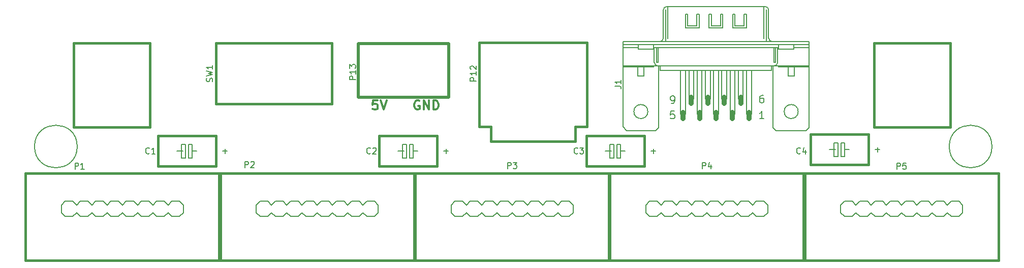
<source format=gto>
G04 #@! TF.FileFunction,Legend,Top*
%FSLAX46Y46*%
G04 Gerber Fmt 4.6, Leading zero omitted, Abs format (unit mm)*
G04 Created by KiCad (PCBNEW 4.0.7-e2-6376~58~ubuntu16.04.1) date Fri Mar  9 14:48:57 2018*
%MOMM*%
%LPD*%
G01*
G04 APERTURE LIST*
%ADD10C,0.150000*%
%ADD11C,0.304800*%
%ADD12C,0.381000*%
%ADD13C,0.203200*%
%ADD14C,0.152400*%
%ADD15C,0.812800*%
%ADD16C,0.508000*%
%ADD17C,0.127000*%
G04 APERTURE END LIST*
D10*
D11*
X109437714Y-60379429D02*
X108712000Y-60379429D01*
X108639429Y-61105143D01*
X108712000Y-61032571D01*
X108857143Y-60960000D01*
X109220000Y-60960000D01*
X109365143Y-61032571D01*
X109437714Y-61105143D01*
X109510286Y-61250286D01*
X109510286Y-61613143D01*
X109437714Y-61758286D01*
X109365143Y-61830857D01*
X109220000Y-61903429D01*
X108857143Y-61903429D01*
X108712000Y-61830857D01*
X108639429Y-61758286D01*
X109945715Y-60379429D02*
X110453715Y-61903429D01*
X110961715Y-60379429D01*
X116440858Y-60452000D02*
X116295715Y-60379429D01*
X116078001Y-60379429D01*
X115860286Y-60452000D01*
X115715144Y-60597143D01*
X115642572Y-60742286D01*
X115570001Y-61032571D01*
X115570001Y-61250286D01*
X115642572Y-61540571D01*
X115715144Y-61685714D01*
X115860286Y-61830857D01*
X116078001Y-61903429D01*
X116223144Y-61903429D01*
X116440858Y-61830857D01*
X116513429Y-61758286D01*
X116513429Y-61250286D01*
X116223144Y-61250286D01*
X117166572Y-61903429D02*
X117166572Y-60379429D01*
X118037429Y-61903429D01*
X118037429Y-60379429D01*
X118763143Y-61903429D02*
X118763143Y-60379429D01*
X119126000Y-60379429D01*
X119343715Y-60452000D01*
X119488857Y-60597143D01*
X119561429Y-60742286D01*
X119634000Y-61032571D01*
X119634000Y-61250286D01*
X119561429Y-61540571D01*
X119488857Y-61685714D01*
X119343715Y-61830857D01*
X119126000Y-61903429D01*
X118763143Y-61903429D01*
D12*
X50825400Y-87122000D02*
X83083400Y-87122000D01*
X83083400Y-87122000D02*
X83083400Y-72517000D01*
X83083400Y-72517000D02*
X50825400Y-72517000D01*
X50825400Y-72517000D02*
X50825400Y-87122000D01*
D13*
X72669400Y-77216000D02*
X73939400Y-77216000D01*
X73939400Y-77216000D02*
X74574400Y-77851000D01*
X74574400Y-79121000D02*
X73939400Y-79756000D01*
X69494400Y-77851000D02*
X70129400Y-77216000D01*
X70129400Y-77216000D02*
X71399400Y-77216000D01*
X71399400Y-77216000D02*
X72034400Y-77851000D01*
X72034400Y-79121000D02*
X71399400Y-79756000D01*
X71399400Y-79756000D02*
X70129400Y-79756000D01*
X70129400Y-79756000D02*
X69494400Y-79121000D01*
X72669400Y-77216000D02*
X72034400Y-77851000D01*
X72034400Y-79121000D02*
X72669400Y-79756000D01*
X73939400Y-79756000D02*
X72669400Y-79756000D01*
X65049400Y-77216000D02*
X66319400Y-77216000D01*
X66319400Y-77216000D02*
X66954400Y-77851000D01*
X66954400Y-79121000D02*
X66319400Y-79756000D01*
X66954400Y-77851000D02*
X67589400Y-77216000D01*
X67589400Y-77216000D02*
X68859400Y-77216000D01*
X68859400Y-77216000D02*
X69494400Y-77851000D01*
X69494400Y-79121000D02*
X68859400Y-79756000D01*
X68859400Y-79756000D02*
X67589400Y-79756000D01*
X67589400Y-79756000D02*
X66954400Y-79121000D01*
X61874400Y-77851000D02*
X62509400Y-77216000D01*
X62509400Y-77216000D02*
X63779400Y-77216000D01*
X63779400Y-77216000D02*
X64414400Y-77851000D01*
X64414400Y-79121000D02*
X63779400Y-79756000D01*
X63779400Y-79756000D02*
X62509400Y-79756000D01*
X62509400Y-79756000D02*
X61874400Y-79121000D01*
X65049400Y-77216000D02*
X64414400Y-77851000D01*
X64414400Y-79121000D02*
X65049400Y-79756000D01*
X66319400Y-79756000D02*
X65049400Y-79756000D01*
X57429400Y-77216000D02*
X58699400Y-77216000D01*
X58699400Y-77216000D02*
X59334400Y-77851000D01*
X59334400Y-79121000D02*
X58699400Y-79756000D01*
X59334400Y-77851000D02*
X59969400Y-77216000D01*
X59969400Y-77216000D02*
X61239400Y-77216000D01*
X61239400Y-77216000D02*
X61874400Y-77851000D01*
X61874400Y-79121000D02*
X61239400Y-79756000D01*
X61239400Y-79756000D02*
X59969400Y-79756000D01*
X59969400Y-79756000D02*
X59334400Y-79121000D01*
X56794400Y-77851000D02*
X56794400Y-79121000D01*
X57429400Y-77216000D02*
X56794400Y-77851000D01*
X56794400Y-79121000D02*
X57429400Y-79756000D01*
X58699400Y-79756000D02*
X57429400Y-79756000D01*
X75209400Y-77216000D02*
X76479400Y-77216000D01*
X76479400Y-77216000D02*
X77114400Y-77851000D01*
X77114400Y-77851000D02*
X77114400Y-79121000D01*
X77114400Y-79121000D02*
X76479400Y-79756000D01*
X75209400Y-77216000D02*
X74574400Y-77851000D01*
X74574400Y-79121000D02*
X75209400Y-79756000D01*
X76479400Y-79756000D02*
X75209400Y-79756000D01*
D12*
X115748000Y-87122000D02*
X148006000Y-87122000D01*
X148006000Y-87122000D02*
X148006000Y-72517000D01*
X148006000Y-72517000D02*
X115748000Y-72517000D01*
X115748000Y-72517000D02*
X115748000Y-87122000D01*
D13*
X137592000Y-77216000D02*
X138862000Y-77216000D01*
X138862000Y-77216000D02*
X139497000Y-77851000D01*
X139497000Y-79121000D02*
X138862000Y-79756000D01*
X134417000Y-77851000D02*
X135052000Y-77216000D01*
X135052000Y-77216000D02*
X136322000Y-77216000D01*
X136322000Y-77216000D02*
X136957000Y-77851000D01*
X136957000Y-79121000D02*
X136322000Y-79756000D01*
X136322000Y-79756000D02*
X135052000Y-79756000D01*
X135052000Y-79756000D02*
X134417000Y-79121000D01*
X137592000Y-77216000D02*
X136957000Y-77851000D01*
X136957000Y-79121000D02*
X137592000Y-79756000D01*
X138862000Y-79756000D02*
X137592000Y-79756000D01*
X129972000Y-77216000D02*
X131242000Y-77216000D01*
X131242000Y-77216000D02*
X131877000Y-77851000D01*
X131877000Y-79121000D02*
X131242000Y-79756000D01*
X131877000Y-77851000D02*
X132512000Y-77216000D01*
X132512000Y-77216000D02*
X133782000Y-77216000D01*
X133782000Y-77216000D02*
X134417000Y-77851000D01*
X134417000Y-79121000D02*
X133782000Y-79756000D01*
X133782000Y-79756000D02*
X132512000Y-79756000D01*
X132512000Y-79756000D02*
X131877000Y-79121000D01*
X126797000Y-77851000D02*
X127432000Y-77216000D01*
X127432000Y-77216000D02*
X128702000Y-77216000D01*
X128702000Y-77216000D02*
X129337000Y-77851000D01*
X129337000Y-79121000D02*
X128702000Y-79756000D01*
X128702000Y-79756000D02*
X127432000Y-79756000D01*
X127432000Y-79756000D02*
X126797000Y-79121000D01*
X129972000Y-77216000D02*
X129337000Y-77851000D01*
X129337000Y-79121000D02*
X129972000Y-79756000D01*
X131242000Y-79756000D02*
X129972000Y-79756000D01*
X122352000Y-77216000D02*
X123622000Y-77216000D01*
X123622000Y-77216000D02*
X124257000Y-77851000D01*
X124257000Y-79121000D02*
X123622000Y-79756000D01*
X124257000Y-77851000D02*
X124892000Y-77216000D01*
X124892000Y-77216000D02*
X126162000Y-77216000D01*
X126162000Y-77216000D02*
X126797000Y-77851000D01*
X126797000Y-79121000D02*
X126162000Y-79756000D01*
X126162000Y-79756000D02*
X124892000Y-79756000D01*
X124892000Y-79756000D02*
X124257000Y-79121000D01*
X121717000Y-77851000D02*
X121717000Y-79121000D01*
X122352000Y-77216000D02*
X121717000Y-77851000D01*
X121717000Y-79121000D02*
X122352000Y-79756000D01*
X123622000Y-79756000D02*
X122352000Y-79756000D01*
X140132000Y-77216000D02*
X141402000Y-77216000D01*
X141402000Y-77216000D02*
X142037000Y-77851000D01*
X142037000Y-77851000D02*
X142037000Y-79121000D01*
X142037000Y-79121000D02*
X141402000Y-79756000D01*
X140132000Y-77216000D02*
X139497000Y-77851000D01*
X139497000Y-79121000D02*
X140132000Y-79756000D01*
X141402000Y-79756000D02*
X140132000Y-79756000D01*
D12*
X180670000Y-87122000D02*
X212928000Y-87122000D01*
X212928000Y-87122000D02*
X212928000Y-72517000D01*
X212928000Y-72517000D02*
X180670000Y-72517000D01*
X180670000Y-72517000D02*
X180670000Y-87122000D01*
D13*
X202514000Y-77216000D02*
X203784000Y-77216000D01*
X203784000Y-77216000D02*
X204419000Y-77851000D01*
X204419000Y-79121000D02*
X203784000Y-79756000D01*
X199339000Y-77851000D02*
X199974000Y-77216000D01*
X199974000Y-77216000D02*
X201244000Y-77216000D01*
X201244000Y-77216000D02*
X201879000Y-77851000D01*
X201879000Y-79121000D02*
X201244000Y-79756000D01*
X201244000Y-79756000D02*
X199974000Y-79756000D01*
X199974000Y-79756000D02*
X199339000Y-79121000D01*
X202514000Y-77216000D02*
X201879000Y-77851000D01*
X201879000Y-79121000D02*
X202514000Y-79756000D01*
X203784000Y-79756000D02*
X202514000Y-79756000D01*
X194894000Y-77216000D02*
X196164000Y-77216000D01*
X196164000Y-77216000D02*
X196799000Y-77851000D01*
X196799000Y-79121000D02*
X196164000Y-79756000D01*
X196799000Y-77851000D02*
X197434000Y-77216000D01*
X197434000Y-77216000D02*
X198704000Y-77216000D01*
X198704000Y-77216000D02*
X199339000Y-77851000D01*
X199339000Y-79121000D02*
X198704000Y-79756000D01*
X198704000Y-79756000D02*
X197434000Y-79756000D01*
X197434000Y-79756000D02*
X196799000Y-79121000D01*
X191719000Y-77851000D02*
X192354000Y-77216000D01*
X192354000Y-77216000D02*
X193624000Y-77216000D01*
X193624000Y-77216000D02*
X194259000Y-77851000D01*
X194259000Y-79121000D02*
X193624000Y-79756000D01*
X193624000Y-79756000D02*
X192354000Y-79756000D01*
X192354000Y-79756000D02*
X191719000Y-79121000D01*
X194894000Y-77216000D02*
X194259000Y-77851000D01*
X194259000Y-79121000D02*
X194894000Y-79756000D01*
X196164000Y-79756000D02*
X194894000Y-79756000D01*
X187274000Y-77216000D02*
X188544000Y-77216000D01*
X188544000Y-77216000D02*
X189179000Y-77851000D01*
X189179000Y-79121000D02*
X188544000Y-79756000D01*
X189179000Y-77851000D02*
X189814000Y-77216000D01*
X189814000Y-77216000D02*
X191084000Y-77216000D01*
X191084000Y-77216000D02*
X191719000Y-77851000D01*
X191719000Y-79121000D02*
X191084000Y-79756000D01*
X191084000Y-79756000D02*
X189814000Y-79756000D01*
X189814000Y-79756000D02*
X189179000Y-79121000D01*
X186639000Y-77851000D02*
X186639000Y-79121000D01*
X187274000Y-77216000D02*
X186639000Y-77851000D01*
X186639000Y-79121000D02*
X187274000Y-79756000D01*
X188544000Y-79756000D02*
X187274000Y-79756000D01*
X205054000Y-77216000D02*
X206324000Y-77216000D01*
X206324000Y-77216000D02*
X206959000Y-77851000D01*
X206959000Y-77851000D02*
X206959000Y-79121000D01*
X206959000Y-79121000D02*
X206324000Y-79756000D01*
X205054000Y-77216000D02*
X204419000Y-77851000D01*
X204419000Y-79121000D02*
X205054000Y-79756000D01*
X206324000Y-79756000D02*
X205054000Y-79756000D01*
D12*
X148209000Y-87122000D02*
X180467000Y-87122000D01*
X180467000Y-87122000D02*
X180467000Y-72517000D01*
X180467000Y-72517000D02*
X148209000Y-72517000D01*
X148209000Y-72517000D02*
X148209000Y-87122000D01*
D13*
X170053000Y-77216000D02*
X171323000Y-77216000D01*
X171323000Y-77216000D02*
X171958000Y-77851000D01*
X171958000Y-79121000D02*
X171323000Y-79756000D01*
X166878000Y-77851000D02*
X167513000Y-77216000D01*
X167513000Y-77216000D02*
X168783000Y-77216000D01*
X168783000Y-77216000D02*
X169418000Y-77851000D01*
X169418000Y-79121000D02*
X168783000Y-79756000D01*
X168783000Y-79756000D02*
X167513000Y-79756000D01*
X167513000Y-79756000D02*
X166878000Y-79121000D01*
X170053000Y-77216000D02*
X169418000Y-77851000D01*
X169418000Y-79121000D02*
X170053000Y-79756000D01*
X171323000Y-79756000D02*
X170053000Y-79756000D01*
X162433000Y-77216000D02*
X163703000Y-77216000D01*
X163703000Y-77216000D02*
X164338000Y-77851000D01*
X164338000Y-79121000D02*
X163703000Y-79756000D01*
X164338000Y-77851000D02*
X164973000Y-77216000D01*
X164973000Y-77216000D02*
X166243000Y-77216000D01*
X166243000Y-77216000D02*
X166878000Y-77851000D01*
X166878000Y-79121000D02*
X166243000Y-79756000D01*
X166243000Y-79756000D02*
X164973000Y-79756000D01*
X164973000Y-79756000D02*
X164338000Y-79121000D01*
X159258000Y-77851000D02*
X159893000Y-77216000D01*
X159893000Y-77216000D02*
X161163000Y-77216000D01*
X161163000Y-77216000D02*
X161798000Y-77851000D01*
X161798000Y-79121000D02*
X161163000Y-79756000D01*
X161163000Y-79756000D02*
X159893000Y-79756000D01*
X159893000Y-79756000D02*
X159258000Y-79121000D01*
X162433000Y-77216000D02*
X161798000Y-77851000D01*
X161798000Y-79121000D02*
X162433000Y-79756000D01*
X163703000Y-79756000D02*
X162433000Y-79756000D01*
X154813000Y-77216000D02*
X156083000Y-77216000D01*
X156083000Y-77216000D02*
X156718000Y-77851000D01*
X156718000Y-79121000D02*
X156083000Y-79756000D01*
X156718000Y-77851000D02*
X157353000Y-77216000D01*
X157353000Y-77216000D02*
X158623000Y-77216000D01*
X158623000Y-77216000D02*
X159258000Y-77851000D01*
X159258000Y-79121000D02*
X158623000Y-79756000D01*
X158623000Y-79756000D02*
X157353000Y-79756000D01*
X157353000Y-79756000D02*
X156718000Y-79121000D01*
X154178000Y-77851000D02*
X154178000Y-79121000D01*
X154813000Y-77216000D02*
X154178000Y-77851000D01*
X154178000Y-79121000D02*
X154813000Y-79756000D01*
X156083000Y-79756000D02*
X154813000Y-79756000D01*
X172593000Y-77216000D02*
X173863000Y-77216000D01*
X173863000Y-77216000D02*
X174498000Y-77851000D01*
X174498000Y-77851000D02*
X174498000Y-79121000D01*
X174498000Y-79121000D02*
X173863000Y-79756000D01*
X172593000Y-77216000D02*
X171958000Y-77851000D01*
X171958000Y-79121000D02*
X172593000Y-79756000D01*
X173863000Y-79756000D02*
X172593000Y-79756000D01*
D12*
X83286600Y-87122000D02*
X115544600Y-87122000D01*
X115544600Y-87122000D02*
X115544600Y-72517000D01*
X115544600Y-72517000D02*
X83286600Y-72517000D01*
X83286600Y-72517000D02*
X83286600Y-87122000D01*
D13*
X105130600Y-77216000D02*
X106400600Y-77216000D01*
X106400600Y-77216000D02*
X107035600Y-77851000D01*
X107035600Y-79121000D02*
X106400600Y-79756000D01*
X101955600Y-77851000D02*
X102590600Y-77216000D01*
X102590600Y-77216000D02*
X103860600Y-77216000D01*
X103860600Y-77216000D02*
X104495600Y-77851000D01*
X104495600Y-79121000D02*
X103860600Y-79756000D01*
X103860600Y-79756000D02*
X102590600Y-79756000D01*
X102590600Y-79756000D02*
X101955600Y-79121000D01*
X105130600Y-77216000D02*
X104495600Y-77851000D01*
X104495600Y-79121000D02*
X105130600Y-79756000D01*
X106400600Y-79756000D02*
X105130600Y-79756000D01*
X97510600Y-77216000D02*
X98780600Y-77216000D01*
X98780600Y-77216000D02*
X99415600Y-77851000D01*
X99415600Y-79121000D02*
X98780600Y-79756000D01*
X99415600Y-77851000D02*
X100050600Y-77216000D01*
X100050600Y-77216000D02*
X101320600Y-77216000D01*
X101320600Y-77216000D02*
X101955600Y-77851000D01*
X101955600Y-79121000D02*
X101320600Y-79756000D01*
X101320600Y-79756000D02*
X100050600Y-79756000D01*
X100050600Y-79756000D02*
X99415600Y-79121000D01*
X94335600Y-77851000D02*
X94970600Y-77216000D01*
X94970600Y-77216000D02*
X96240600Y-77216000D01*
X96240600Y-77216000D02*
X96875600Y-77851000D01*
X96875600Y-79121000D02*
X96240600Y-79756000D01*
X96240600Y-79756000D02*
X94970600Y-79756000D01*
X94970600Y-79756000D02*
X94335600Y-79121000D01*
X97510600Y-77216000D02*
X96875600Y-77851000D01*
X96875600Y-79121000D02*
X97510600Y-79756000D01*
X98780600Y-79756000D02*
X97510600Y-79756000D01*
X89890600Y-77216000D02*
X91160600Y-77216000D01*
X91160600Y-77216000D02*
X91795600Y-77851000D01*
X91795600Y-79121000D02*
X91160600Y-79756000D01*
X91795600Y-77851000D02*
X92430600Y-77216000D01*
X92430600Y-77216000D02*
X93700600Y-77216000D01*
X93700600Y-77216000D02*
X94335600Y-77851000D01*
X94335600Y-79121000D02*
X93700600Y-79756000D01*
X93700600Y-79756000D02*
X92430600Y-79756000D01*
X92430600Y-79756000D02*
X91795600Y-79121000D01*
X89255600Y-77851000D02*
X89255600Y-79121000D01*
X89890600Y-77216000D02*
X89255600Y-77851000D01*
X89255600Y-79121000D02*
X89890600Y-79756000D01*
X91160600Y-79756000D02*
X89890600Y-79756000D01*
X107670600Y-77216000D02*
X108940600Y-77216000D01*
X108940600Y-77216000D02*
X109575600Y-77851000D01*
X109575600Y-77851000D02*
X109575600Y-79121000D01*
X109575600Y-79121000D02*
X108940600Y-79756000D01*
X107670600Y-77216000D02*
X107035600Y-77851000D01*
X107035600Y-79121000D02*
X107670600Y-79756000D01*
X108940600Y-79756000D02*
X107670600Y-79756000D01*
X156210000Y-51562000D02*
X155956000Y-51562000D01*
X155956000Y-51562000D02*
X155956000Y-53975000D01*
X156210000Y-53975000D02*
X155956000Y-53975000D01*
X156210000Y-51562000D02*
X156210000Y-53975000D01*
X175768000Y-51562000D02*
X175514000Y-51562000D01*
X175514000Y-51562000D02*
X175514000Y-53975000D01*
X175768000Y-53975000D02*
X175514000Y-53975000D01*
X175768000Y-51562000D02*
X175768000Y-53975000D01*
X153847800Y-54610000D02*
X152831800Y-54610000D01*
X152831800Y-54610000D02*
X152831800Y-56261000D01*
X153847800Y-56261000D02*
X152831800Y-56261000D01*
X153847800Y-54610000D02*
X153847800Y-56261000D01*
X178892200Y-54610000D02*
X177876200Y-54610000D01*
X177876200Y-54610000D02*
X177876200Y-56261000D01*
X178892200Y-56261000D02*
X177876200Y-56261000D01*
X178892200Y-54610000D02*
X178892200Y-56261000D01*
X175133000Y-54610000D02*
X156591000Y-54610000D01*
X156591000Y-54610000D02*
X156591000Y-55372000D01*
X175133000Y-55372000D02*
X156591000Y-55372000D01*
X175133000Y-54610000D02*
X175133000Y-55372000D01*
X181356000Y-50546000D02*
X150368000Y-50546000D01*
X150368000Y-50546000D02*
X150368000Y-51054000D01*
X181356000Y-51054000D02*
X150368000Y-51054000D01*
X181356000Y-50546000D02*
X181356000Y-51054000D01*
X171754800Y-55372000D02*
X170942000Y-55372000D01*
X170942000Y-55372000D02*
X170942000Y-62611000D01*
X171754800Y-62611000D02*
X170942000Y-62611000D01*
X171754800Y-55372000D02*
X171754800Y-62611000D01*
X170383200Y-55372000D02*
X169570400Y-55372000D01*
X169570400Y-55372000D02*
X169570400Y-60071000D01*
X170383200Y-60071000D02*
X169570400Y-60071000D01*
X170383200Y-55372000D02*
X170383200Y-60071000D01*
X169011600Y-55372000D02*
X168198800Y-55372000D01*
X168198800Y-55372000D02*
X168198800Y-62611000D01*
X169011600Y-62611000D02*
X168198800Y-62611000D01*
X169011600Y-55372000D02*
X169011600Y-62611000D01*
X167640000Y-55372000D02*
X166827200Y-55372000D01*
X166827200Y-55372000D02*
X166827200Y-60071000D01*
X167640000Y-60071000D02*
X166827200Y-60071000D01*
X167640000Y-55372000D02*
X167640000Y-60071000D01*
X166268400Y-55372000D02*
X165455600Y-55372000D01*
X165455600Y-55372000D02*
X165455600Y-62611000D01*
X166268400Y-62611000D02*
X165455600Y-62611000D01*
X166268400Y-55372000D02*
X166268400Y-62611000D01*
X164896800Y-55372000D02*
X164084000Y-55372000D01*
X164084000Y-55372000D02*
X164084000Y-60071000D01*
X164896800Y-60071000D02*
X164084000Y-60071000D01*
X164896800Y-55372000D02*
X164896800Y-60071000D01*
X163525200Y-55372000D02*
X162712400Y-55372000D01*
X162712400Y-55372000D02*
X162712400Y-62611000D01*
X163525200Y-62611000D02*
X162712400Y-62611000D01*
X163525200Y-55372000D02*
X163525200Y-62611000D01*
X162153600Y-55372000D02*
X161340800Y-55372000D01*
X161340800Y-55372000D02*
X161340800Y-60071000D01*
X162153600Y-60071000D02*
X161340800Y-60071000D01*
X162153600Y-55372000D02*
X162153600Y-60071000D01*
X160782000Y-55372000D02*
X159969200Y-55372000D01*
X159969200Y-55372000D02*
X159969200Y-62611000D01*
X160782000Y-62611000D02*
X159969200Y-62611000D01*
X160782000Y-55372000D02*
X160782000Y-62611000D01*
D14*
X157607000Y-44706540D02*
X157861000Y-44706540D01*
X157480000Y-50546000D02*
X157480000Y-45212000D01*
X157480000Y-50546000D02*
X174244000Y-50546000D01*
X174244000Y-50546000D02*
X174244000Y-45212000D01*
X150368000Y-54610000D02*
X155448000Y-54610000D01*
X150368000Y-54610000D02*
X150368000Y-51562000D01*
X150368000Y-54610000D02*
X150368000Y-54737000D01*
X150368000Y-51562000D02*
X152908000Y-51562000D01*
X150368000Y-51562000D02*
X150368000Y-51054000D01*
X150368000Y-51054000D02*
X150368000Y-50546000D01*
X181356000Y-50546000D02*
X181356000Y-51054000D01*
X181356000Y-51054000D02*
X181356000Y-51562000D01*
X181356000Y-51562000D02*
X181356000Y-54610000D01*
X181356000Y-54610000D02*
X181356000Y-54737000D01*
X152908000Y-51816000D02*
X155448000Y-51816000D01*
X150368000Y-51054000D02*
X152908000Y-51054000D01*
X152908000Y-51054000D02*
X155448000Y-51054000D01*
X152908000Y-51562000D02*
X152908000Y-51054000D01*
X152908000Y-51562000D02*
X152908000Y-51816000D01*
X155448000Y-51816000D02*
X155448000Y-51562000D01*
X155448000Y-51562000D02*
X155448000Y-51054000D01*
X150368000Y-54737000D02*
X155448000Y-54737000D01*
X155448000Y-54737000D02*
X155448000Y-54610000D01*
X155448000Y-51562000D02*
X155575000Y-51562000D01*
X155575000Y-51562000D02*
X176149000Y-51562000D01*
X155448000Y-54610000D02*
X156337000Y-54610000D01*
X156337000Y-54610000D02*
X156591000Y-54610000D01*
X155575000Y-53975000D02*
X155575000Y-51562000D01*
X156591000Y-54610000D02*
X156591000Y-55372000D01*
X156591000Y-54610000D02*
X175133000Y-54610000D01*
X156591000Y-55372000D02*
X175133000Y-55372000D01*
X175133000Y-54610000D02*
X175133000Y-55372000D01*
X175133000Y-54610000D02*
X175387000Y-54610000D01*
X175387000Y-54610000D02*
X175514000Y-54610000D01*
X175514000Y-54610000D02*
X176276000Y-54610000D01*
X176276000Y-54737000D02*
X181356000Y-54737000D01*
X178816000Y-51562000D02*
X178816000Y-51054000D01*
X178816000Y-51562000D02*
X181356000Y-51562000D01*
X178816000Y-51054000D02*
X181356000Y-51054000D01*
X176276000Y-51816000D02*
X178816000Y-51816000D01*
X178816000Y-51562000D02*
X178816000Y-51816000D01*
X155448000Y-51054000D02*
X176276000Y-51054000D01*
X176276000Y-51054000D02*
X178816000Y-51054000D01*
X176276000Y-51816000D02*
X176276000Y-51562000D01*
X176276000Y-51562000D02*
X176276000Y-51054000D01*
X176149000Y-53975000D02*
X176149000Y-51562000D01*
X176149000Y-51562000D02*
X176276000Y-51562000D01*
X151003000Y-65405000D02*
X150368000Y-64770000D01*
X150368000Y-64770000D02*
X150368000Y-54737000D01*
X155829000Y-65405000D02*
X151003000Y-65405000D01*
X155829000Y-65405000D02*
X156337000Y-64897000D01*
X156337000Y-64897000D02*
X156337000Y-54610000D01*
X175387000Y-64897000D02*
X175387000Y-54610000D01*
X175387000Y-64897000D02*
X175895000Y-65405000D01*
X175895000Y-65405000D02*
X180848000Y-65405000D01*
X180848000Y-65405000D02*
X181356000Y-64897000D01*
X181356000Y-64897000D02*
X181356000Y-54737000D01*
X170942000Y-48260000D02*
X168656000Y-48260000D01*
X168656000Y-48260000D02*
X168656000Y-45974000D01*
X168656000Y-45974000D02*
X169037000Y-45974000D01*
X169037000Y-45974000D02*
X169037000Y-47881540D01*
X169037000Y-47881540D02*
X170561000Y-47881540D01*
X170561000Y-47881540D02*
X170561000Y-45974000D01*
X170561000Y-45974000D02*
X170942000Y-45974000D01*
X170942000Y-45974000D02*
X170942000Y-48260000D01*
X167005000Y-48260000D02*
X164719000Y-48260000D01*
X164719000Y-48260000D02*
X164719000Y-45974000D01*
X164719000Y-45974000D02*
X165100000Y-45974000D01*
X165100000Y-45974000D02*
X165100000Y-47881540D01*
X165100000Y-47881540D02*
X166624000Y-47881540D01*
X166624000Y-47881540D02*
X166624000Y-45974000D01*
X166624000Y-45974000D02*
X167005000Y-45974000D01*
X167005000Y-45974000D02*
X167005000Y-48260000D01*
X163068000Y-48260000D02*
X160782000Y-48260000D01*
X160782000Y-48260000D02*
X160782000Y-45974000D01*
X160782000Y-45974000D02*
X161163000Y-45974000D01*
X161163000Y-45974000D02*
X161163000Y-47881540D01*
X161163000Y-47881540D02*
X162687000Y-47881540D01*
X162687000Y-47881540D02*
X162687000Y-45974000D01*
X162687000Y-45974000D02*
X163068000Y-45974000D01*
X163068000Y-45974000D02*
X163068000Y-48260000D01*
X176276000Y-54737000D02*
X176276000Y-54610000D01*
X176276000Y-54610000D02*
X181356000Y-54610000D01*
X174244000Y-50546000D02*
X175260000Y-50546000D01*
X175260000Y-50546000D02*
X181356000Y-50546000D01*
X174622460Y-49911000D02*
X174622460Y-45212000D01*
X150368000Y-50546000D02*
X156464000Y-50546000D01*
X156464000Y-50546000D02*
X157480000Y-50546000D01*
X157101540Y-49911000D02*
X157101540Y-45212000D01*
X173863000Y-50038000D02*
X173863000Y-44706540D01*
X173863000Y-44706540D02*
X174117000Y-44706540D01*
X157861000Y-50038000D02*
X157861000Y-44706540D01*
X157861000Y-44706540D02*
X173863000Y-44706540D01*
D15*
X165862000Y-63373000D02*
X165862000Y-62357000D01*
X163118800Y-63373000D02*
X163118800Y-62357000D01*
X160375600Y-63373000D02*
X160375600Y-62357000D01*
X161747200Y-60833000D02*
X161747200Y-59817000D01*
X164490400Y-60833000D02*
X164490400Y-59817000D01*
X167233600Y-60833000D02*
X167233600Y-59817000D01*
X168605200Y-63373000D02*
X168605200Y-62357000D01*
X169976800Y-60833000D02*
X169976800Y-59817000D01*
X171348400Y-63373000D02*
X171348400Y-62357000D01*
D14*
X154507233Y-62230000D02*
G75*
G03X154507233Y-62230000I-1167433J0D01*
G01*
X179551633Y-62230000D02*
G75*
G03X179551633Y-62230000I-1167433J0D01*
G01*
X157607000Y-44706540D02*
G75*
G03X157101540Y-45212000I0J-505460D01*
G01*
X174622460Y-45212000D02*
G75*
G03X174117000Y-44706540I-505460J0D01*
G01*
X155575000Y-53975000D02*
G75*
G03X156210000Y-54610000I635000J0D01*
G01*
X175514000Y-54610000D02*
G75*
G03X176149000Y-53975000I0J635000D01*
G01*
X174625000Y-49911000D02*
G75*
G03X175260000Y-50546000I635000J0D01*
G01*
X156464000Y-50548540D02*
G75*
G03X157101540Y-49911000I0J637540D01*
G01*
D16*
X106292000Y-54864000D02*
X106292000Y-50864000D01*
X106292000Y-50864000D02*
X121292000Y-50864000D01*
X121292000Y-50864000D02*
X121292000Y-54864000D01*
X121292000Y-54864000D02*
X121292000Y-59864000D01*
X121292000Y-59864000D02*
X106292000Y-59864000D01*
X106292000Y-59864000D02*
X106292000Y-54864000D01*
D12*
X101854000Y-60960000D02*
X82550000Y-60960000D01*
X82550000Y-60960000D02*
X82550000Y-50800000D01*
X82550000Y-50800000D02*
X101854000Y-50800000D01*
X101854000Y-50800000D02*
X101854000Y-60960000D01*
X144381220Y-50739040D02*
X144381220Y-64736980D01*
X144381220Y-64736980D02*
X142379700Y-64736980D01*
X142379700Y-64736980D02*
X142379700Y-67236340D01*
X142379700Y-67236340D02*
X128384300Y-67236340D01*
X128384300Y-67236340D02*
X128384300Y-64736980D01*
X128384300Y-64736980D02*
X126382780Y-64736980D01*
X126382780Y-64736980D02*
X126382780Y-50739040D01*
X126382780Y-50739040D02*
X144381220Y-50739040D01*
D13*
X59436000Y-68072000D02*
G75*
G03X59436000Y-68072000I-3556000J0D01*
G01*
X211836000Y-68072000D02*
G75*
G03X211836000Y-68072000I-3556000J0D01*
G01*
D12*
X82550000Y-71374000D02*
X72898000Y-71374000D01*
D13*
X72898000Y-66548000D02*
X72898000Y-66294000D01*
D12*
X72898000Y-66294000D02*
X82550000Y-66294000D01*
X82550000Y-66294000D02*
X82550000Y-68834000D01*
X72898000Y-71374000D02*
X72898000Y-66548000D01*
X82550000Y-68834000D02*
X82550000Y-71374000D01*
D13*
X77470000Y-67691000D02*
X76835000Y-67691000D01*
X76835000Y-67691000D02*
X76835000Y-69977000D01*
X77470000Y-69977000D02*
X76835000Y-69977000D01*
X77470000Y-67691000D02*
X77470000Y-69977000D01*
D14*
X78867000Y-68834000D02*
X78613000Y-68834000D01*
X78613000Y-68834000D02*
X78613000Y-67691000D01*
X78613000Y-67691000D02*
X77978000Y-67691000D01*
X77978000Y-67691000D02*
X77978000Y-69977000D01*
X77978000Y-69977000D02*
X78613000Y-69977000D01*
X78613000Y-69977000D02*
X78613000Y-68834000D01*
X77089000Y-68834000D02*
X76581000Y-68834000D01*
X84074000Y-69215000D02*
X84074000Y-68453000D01*
X83693000Y-68834000D02*
X84455000Y-68834000D01*
X76581000Y-68834000D02*
X76073000Y-68834000D01*
X79375000Y-68834000D02*
X78867000Y-68834000D01*
D12*
X119380000Y-71374000D02*
X109728000Y-71374000D01*
D13*
X109728000Y-66548000D02*
X109728000Y-66294000D01*
D12*
X109728000Y-66294000D02*
X119380000Y-66294000D01*
X119380000Y-66294000D02*
X119380000Y-68834000D01*
X109728000Y-71374000D02*
X109728000Y-66548000D01*
X119380000Y-68834000D02*
X119380000Y-71374000D01*
D13*
X114300000Y-67691000D02*
X113665000Y-67691000D01*
X113665000Y-67691000D02*
X113665000Y-69977000D01*
X114300000Y-69977000D02*
X113665000Y-69977000D01*
X114300000Y-67691000D02*
X114300000Y-69977000D01*
D14*
X115697000Y-68834000D02*
X115443000Y-68834000D01*
X115443000Y-68834000D02*
X115443000Y-67691000D01*
X115443000Y-67691000D02*
X114808000Y-67691000D01*
X114808000Y-67691000D02*
X114808000Y-69977000D01*
X114808000Y-69977000D02*
X115443000Y-69977000D01*
X115443000Y-69977000D02*
X115443000Y-68834000D01*
X113919000Y-68834000D02*
X113411000Y-68834000D01*
X120904000Y-69215000D02*
X120904000Y-68453000D01*
X120523000Y-68834000D02*
X121285000Y-68834000D01*
X113411000Y-68834000D02*
X112903000Y-68834000D01*
X116205000Y-68834000D02*
X115697000Y-68834000D01*
D12*
X153924000Y-71374000D02*
X144272000Y-71374000D01*
D13*
X144272000Y-66548000D02*
X144272000Y-66294000D01*
D12*
X144272000Y-66294000D02*
X153924000Y-66294000D01*
X153924000Y-66294000D02*
X153924000Y-68834000D01*
X144272000Y-71374000D02*
X144272000Y-66548000D01*
X153924000Y-68834000D02*
X153924000Y-71374000D01*
D13*
X148844000Y-67691000D02*
X148209000Y-67691000D01*
X148209000Y-67691000D02*
X148209000Y-69977000D01*
X148844000Y-69977000D02*
X148209000Y-69977000D01*
X148844000Y-67691000D02*
X148844000Y-69977000D01*
D14*
X150241000Y-68834000D02*
X149987000Y-68834000D01*
X149987000Y-68834000D02*
X149987000Y-67691000D01*
X149987000Y-67691000D02*
X149352000Y-67691000D01*
X149352000Y-67691000D02*
X149352000Y-69977000D01*
X149352000Y-69977000D02*
X149987000Y-69977000D01*
X149987000Y-69977000D02*
X149987000Y-68834000D01*
X148463000Y-68834000D02*
X147955000Y-68834000D01*
X155448000Y-69215000D02*
X155448000Y-68453000D01*
X155067000Y-68834000D02*
X155829000Y-68834000D01*
X147955000Y-68834000D02*
X147447000Y-68834000D01*
X150749000Y-68834000D02*
X150241000Y-68834000D01*
D12*
X191262000Y-71120000D02*
X181610000Y-71120000D01*
D13*
X181610000Y-66294000D02*
X181610000Y-66040000D01*
D12*
X181610000Y-66040000D02*
X191262000Y-66040000D01*
X191262000Y-66040000D02*
X191262000Y-68580000D01*
X181610000Y-71120000D02*
X181610000Y-66294000D01*
X191262000Y-68580000D02*
X191262000Y-71120000D01*
D13*
X186182000Y-67437000D02*
X185547000Y-67437000D01*
X185547000Y-67437000D02*
X185547000Y-69723000D01*
X186182000Y-69723000D02*
X185547000Y-69723000D01*
X186182000Y-67437000D02*
X186182000Y-69723000D01*
D14*
X187579000Y-68580000D02*
X187325000Y-68580000D01*
X187325000Y-68580000D02*
X187325000Y-67437000D01*
X187325000Y-67437000D02*
X186690000Y-67437000D01*
X186690000Y-67437000D02*
X186690000Y-69723000D01*
X186690000Y-69723000D02*
X187325000Y-69723000D01*
X187325000Y-69723000D02*
X187325000Y-68580000D01*
X185801000Y-68580000D02*
X185293000Y-68580000D01*
X192786000Y-68961000D02*
X192786000Y-68199000D01*
X192405000Y-68580000D02*
X193167000Y-68580000D01*
X185293000Y-68580000D02*
X184785000Y-68580000D01*
X188087000Y-68580000D02*
X187579000Y-68580000D01*
D12*
X65214500Y-50800000D02*
X58864500Y-50800000D01*
X58864500Y-50800000D02*
X58864500Y-64820800D01*
X65214500Y-50800000D02*
X71564500Y-50800000D01*
X71564500Y-50800000D02*
X71564500Y-64820800D01*
X65214500Y-64820800D02*
X58864500Y-64820800D01*
X65214500Y-64820800D02*
X71564500Y-64820800D01*
X198564000Y-50800000D02*
X192214000Y-50800000D01*
X192214000Y-50800000D02*
X192214000Y-64820800D01*
X198564000Y-50800000D02*
X204914000Y-50800000D01*
X204914000Y-50800000D02*
X204914000Y-64820800D01*
X198564000Y-64820800D02*
X192214000Y-64820800D01*
X198564000Y-64820800D02*
X204914000Y-64820800D01*
D13*
X59067096Y-71833619D02*
X59067096Y-70817619D01*
X59454143Y-70817619D01*
X59550905Y-70866000D01*
X59599286Y-70914381D01*
X59647667Y-71011143D01*
X59647667Y-71156286D01*
X59599286Y-71253048D01*
X59550905Y-71301429D01*
X59454143Y-71349810D01*
X59067096Y-71349810D01*
X60615286Y-71833619D02*
X60034715Y-71833619D01*
X60325001Y-71833619D02*
X60325001Y-70817619D01*
X60228239Y-70962762D01*
X60131477Y-71059524D01*
X60034715Y-71107905D01*
X131127096Y-71757419D02*
X131127096Y-70741419D01*
X131514143Y-70741419D01*
X131610905Y-70789800D01*
X131659286Y-70838181D01*
X131707667Y-70934943D01*
X131707667Y-71080086D01*
X131659286Y-71176848D01*
X131610905Y-71225229D01*
X131514143Y-71273610D01*
X131127096Y-71273610D01*
X132046334Y-70741419D02*
X132675286Y-70741419D01*
X132336620Y-71128467D01*
X132481762Y-71128467D01*
X132578524Y-71176848D01*
X132626905Y-71225229D01*
X132675286Y-71321990D01*
X132675286Y-71563895D01*
X132626905Y-71660657D01*
X132578524Y-71709038D01*
X132481762Y-71757419D01*
X132191477Y-71757419D01*
X132094715Y-71709038D01*
X132046334Y-71660657D01*
X195998296Y-71859019D02*
X195998296Y-70843019D01*
X196385343Y-70843019D01*
X196482105Y-70891400D01*
X196530486Y-70939781D01*
X196578867Y-71036543D01*
X196578867Y-71181686D01*
X196530486Y-71278448D01*
X196482105Y-71326829D01*
X196385343Y-71375210D01*
X195998296Y-71375210D01*
X197498105Y-70843019D02*
X197014296Y-70843019D01*
X196965915Y-71326829D01*
X197014296Y-71278448D01*
X197111058Y-71230067D01*
X197352962Y-71230067D01*
X197449724Y-71278448D01*
X197498105Y-71326829D01*
X197546486Y-71423590D01*
X197546486Y-71665495D01*
X197498105Y-71762257D01*
X197449724Y-71810638D01*
X197352962Y-71859019D01*
X197111058Y-71859019D01*
X197014296Y-71810638D01*
X196965915Y-71762257D01*
X163588096Y-71782819D02*
X163588096Y-70766819D01*
X163975143Y-70766819D01*
X164071905Y-70815200D01*
X164120286Y-70863581D01*
X164168667Y-70960343D01*
X164168667Y-71105486D01*
X164120286Y-71202248D01*
X164071905Y-71250629D01*
X163975143Y-71299010D01*
X163588096Y-71299010D01*
X165039524Y-71105486D02*
X165039524Y-71782819D01*
X164797620Y-70718438D02*
X164555715Y-71444152D01*
X165184667Y-71444152D01*
X87388096Y-71579619D02*
X87388096Y-70563619D01*
X87775143Y-70563619D01*
X87871905Y-70612000D01*
X87920286Y-70660381D01*
X87968667Y-70757143D01*
X87968667Y-70902286D01*
X87920286Y-70999048D01*
X87871905Y-71047429D01*
X87775143Y-71095810D01*
X87388096Y-71095810D01*
X88355715Y-70660381D02*
X88404096Y-70612000D01*
X88500858Y-70563619D01*
X88742762Y-70563619D01*
X88839524Y-70612000D01*
X88887905Y-70660381D01*
X88936286Y-70757143D01*
X88936286Y-70853905D01*
X88887905Y-70999048D01*
X88307334Y-71579619D01*
X88936286Y-71579619D01*
X149049619Y-57996667D02*
X149775333Y-57996667D01*
X149920476Y-58045047D01*
X150017238Y-58141809D01*
X150065619Y-58286952D01*
X150065619Y-58383714D01*
X150065619Y-56980667D02*
X150065619Y-57561238D01*
X150065619Y-57270952D02*
X149049619Y-57270952D01*
X149194762Y-57367714D01*
X149291524Y-57464476D01*
X149339905Y-57561238D01*
D17*
X173844857Y-63439524D02*
X173119143Y-63439524D01*
X173482000Y-63439524D02*
X173482000Y-62169524D01*
X173361048Y-62350952D01*
X173240095Y-62471905D01*
X173119143Y-62532381D01*
X158927921Y-62169524D02*
X158323159Y-62169524D01*
X158262683Y-62774286D01*
X158323159Y-62713810D01*
X158444111Y-62653333D01*
X158746492Y-62653333D01*
X158867445Y-62713810D01*
X158927921Y-62774286D01*
X158988397Y-62895238D01*
X158988397Y-63197619D01*
X158927921Y-63318571D01*
X158867445Y-63379048D01*
X158746492Y-63439524D01*
X158444111Y-63439524D01*
X158323159Y-63379048D01*
X158262683Y-63318571D01*
X158383635Y-60899524D02*
X158625540Y-60899524D01*
X158746492Y-60839048D01*
X158806968Y-60778571D01*
X158927921Y-60597143D01*
X158988397Y-60355238D01*
X158988397Y-59871429D01*
X158927921Y-59750476D01*
X158867445Y-59690000D01*
X158746492Y-59629524D01*
X158504588Y-59629524D01*
X158383635Y-59690000D01*
X158323159Y-59750476D01*
X158262683Y-59871429D01*
X158262683Y-60173810D01*
X158323159Y-60294762D01*
X158383635Y-60355238D01*
X158504588Y-60415714D01*
X158746492Y-60415714D01*
X158867445Y-60355238D01*
X158927921Y-60294762D01*
X158988397Y-60173810D01*
X173723905Y-59502524D02*
X173482000Y-59502524D01*
X173361048Y-59563000D01*
X173300571Y-59623476D01*
X173179619Y-59804905D01*
X173119143Y-60046810D01*
X173119143Y-60530619D01*
X173179619Y-60651571D01*
X173240095Y-60712048D01*
X173361048Y-60772524D01*
X173602952Y-60772524D01*
X173723905Y-60712048D01*
X173784381Y-60651571D01*
X173844857Y-60530619D01*
X173844857Y-60228238D01*
X173784381Y-60107286D01*
X173723905Y-60046810D01*
X173602952Y-59986333D01*
X173361048Y-59986333D01*
X173240095Y-60046810D01*
X173179619Y-60107286D01*
X173119143Y-60228238D01*
D13*
X105818819Y-56885114D02*
X104802819Y-56885114D01*
X104802819Y-56498067D01*
X104851200Y-56401305D01*
X104899581Y-56352924D01*
X104996343Y-56304543D01*
X105141486Y-56304543D01*
X105238248Y-56352924D01*
X105286629Y-56401305D01*
X105335010Y-56498067D01*
X105335010Y-56885114D01*
X105818819Y-55336924D02*
X105818819Y-55917495D01*
X105818819Y-55627209D02*
X104802819Y-55627209D01*
X104947962Y-55723971D01*
X105044724Y-55820733D01*
X105093105Y-55917495D01*
X104802819Y-54998257D02*
X104802819Y-54369305D01*
X105189867Y-54707971D01*
X105189867Y-54562829D01*
X105238248Y-54466067D01*
X105286629Y-54417686D01*
X105383390Y-54369305D01*
X105625295Y-54369305D01*
X105722057Y-54417686D01*
X105770438Y-54466067D01*
X105818819Y-54562829D01*
X105818819Y-54853114D01*
X105770438Y-54949876D01*
X105722057Y-54998257D01*
X81945238Y-57234666D02*
X81993619Y-57089523D01*
X81993619Y-56847619D01*
X81945238Y-56750857D01*
X81896857Y-56702476D01*
X81800095Y-56654095D01*
X81703333Y-56654095D01*
X81606571Y-56702476D01*
X81558190Y-56750857D01*
X81509810Y-56847619D01*
X81461429Y-57041142D01*
X81413048Y-57137904D01*
X81364667Y-57186285D01*
X81267905Y-57234666D01*
X81171143Y-57234666D01*
X81074381Y-57186285D01*
X81026000Y-57137904D01*
X80977619Y-57041142D01*
X80977619Y-56799238D01*
X81026000Y-56654095D01*
X80977619Y-56315428D02*
X81993619Y-56073523D01*
X81267905Y-55880000D01*
X81993619Y-55686476D01*
X80977619Y-55444571D01*
X81993619Y-54525333D02*
X81993619Y-55105904D01*
X81993619Y-54815618D02*
X80977619Y-54815618D01*
X81122762Y-54912380D01*
X81219524Y-55009142D01*
X81267905Y-55105904D01*
X125935619Y-57113714D02*
X124919619Y-57113714D01*
X124919619Y-56726667D01*
X124968000Y-56629905D01*
X125016381Y-56581524D01*
X125113143Y-56533143D01*
X125258286Y-56533143D01*
X125355048Y-56581524D01*
X125403429Y-56629905D01*
X125451810Y-56726667D01*
X125451810Y-57113714D01*
X125935619Y-55565524D02*
X125935619Y-56146095D01*
X125935619Y-55855809D02*
X124919619Y-55855809D01*
X125064762Y-55952571D01*
X125161524Y-56049333D01*
X125209905Y-56146095D01*
X125016381Y-55178476D02*
X124968000Y-55130095D01*
X124919619Y-55033333D01*
X124919619Y-54791429D01*
X124968000Y-54694667D01*
X125016381Y-54646286D01*
X125113143Y-54597905D01*
X125209905Y-54597905D01*
X125355048Y-54646286D01*
X125935619Y-55226857D01*
X125935619Y-54597905D01*
X71458667Y-69196857D02*
X71410286Y-69245238D01*
X71265143Y-69293619D01*
X71168381Y-69293619D01*
X71023239Y-69245238D01*
X70926477Y-69148476D01*
X70878096Y-69051714D01*
X70829715Y-68858190D01*
X70829715Y-68713048D01*
X70878096Y-68519524D01*
X70926477Y-68422762D01*
X71023239Y-68326000D01*
X71168381Y-68277619D01*
X71265143Y-68277619D01*
X71410286Y-68326000D01*
X71458667Y-68374381D01*
X72426286Y-69293619D02*
X71845715Y-69293619D01*
X72136001Y-69293619D02*
X72136001Y-68277619D01*
X72039239Y-68422762D01*
X71942477Y-68519524D01*
X71845715Y-68567905D01*
X108288667Y-69196857D02*
X108240286Y-69245238D01*
X108095143Y-69293619D01*
X107998381Y-69293619D01*
X107853239Y-69245238D01*
X107756477Y-69148476D01*
X107708096Y-69051714D01*
X107659715Y-68858190D01*
X107659715Y-68713048D01*
X107708096Y-68519524D01*
X107756477Y-68422762D01*
X107853239Y-68326000D01*
X107998381Y-68277619D01*
X108095143Y-68277619D01*
X108240286Y-68326000D01*
X108288667Y-68374381D01*
X108675715Y-68374381D02*
X108724096Y-68326000D01*
X108820858Y-68277619D01*
X109062762Y-68277619D01*
X109159524Y-68326000D01*
X109207905Y-68374381D01*
X109256286Y-68471143D01*
X109256286Y-68567905D01*
X109207905Y-68713048D01*
X108627334Y-69293619D01*
X109256286Y-69293619D01*
X142832667Y-69196857D02*
X142784286Y-69245238D01*
X142639143Y-69293619D01*
X142542381Y-69293619D01*
X142397239Y-69245238D01*
X142300477Y-69148476D01*
X142252096Y-69051714D01*
X142203715Y-68858190D01*
X142203715Y-68713048D01*
X142252096Y-68519524D01*
X142300477Y-68422762D01*
X142397239Y-68326000D01*
X142542381Y-68277619D01*
X142639143Y-68277619D01*
X142784286Y-68326000D01*
X142832667Y-68374381D01*
X143171334Y-68277619D02*
X143800286Y-68277619D01*
X143461620Y-68664667D01*
X143606762Y-68664667D01*
X143703524Y-68713048D01*
X143751905Y-68761429D01*
X143800286Y-68858190D01*
X143800286Y-69100095D01*
X143751905Y-69196857D01*
X143703524Y-69245238D01*
X143606762Y-69293619D01*
X143316477Y-69293619D01*
X143219715Y-69245238D01*
X143171334Y-69196857D01*
X179916667Y-69196857D02*
X179868286Y-69245238D01*
X179723143Y-69293619D01*
X179626381Y-69293619D01*
X179481239Y-69245238D01*
X179384477Y-69148476D01*
X179336096Y-69051714D01*
X179287715Y-68858190D01*
X179287715Y-68713048D01*
X179336096Y-68519524D01*
X179384477Y-68422762D01*
X179481239Y-68326000D01*
X179626381Y-68277619D01*
X179723143Y-68277619D01*
X179868286Y-68326000D01*
X179916667Y-68374381D01*
X180787524Y-68616286D02*
X180787524Y-69293619D01*
X180545620Y-68229238D02*
X180303715Y-68954952D01*
X180932667Y-68954952D01*
M02*

</source>
